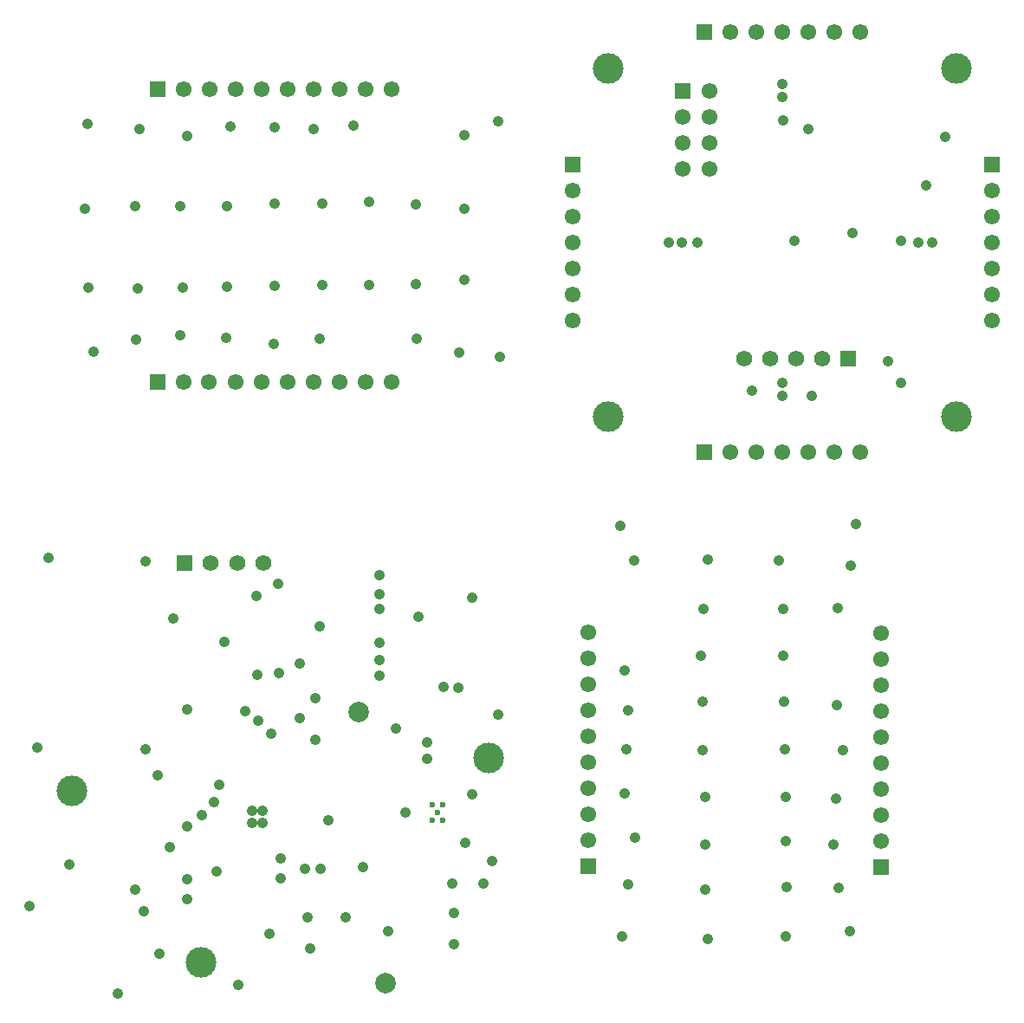
<source format=gbs>
%MOIN*%
%OFA0B0*%
%FSLAX33Y33*%
%IPPOS*%
%LPD*%
%AMRect-W1550000-H1550000-RO0.5000*
21,1,0.0610236220472441,0.0610236220472441,0,0,270*%
%AMRect-W1570000-H1570000-RO1.0000*
21,1,0.061811023622047247,0.061811023622047247,0,0,180*%
%AMCOMP118970*
4,1,3,
-0.030511811023622045,0.030511811023622055,
-0.030511811023622055,-0.030511811023622045,
0.030511811023622045,-0.030511811023622055,
0.030511811023622055,0.030511811023622045,
0*%
%AMCOMP118980*
4,1,3,
0.03090551181102363,0.03090551181102362,
-0.03090551181102362,0.03090551181102363,
-0.03090551181102363,-0.03090551181102362,
0.03090551181102362,-0.03090551181102363,
0*%
%AMCOMP11989*
4,1,3,
-0.030511811023622045,0.030511811023622055,
-0.030511811023622055,-0.030511811023622045,
0.030511811023622045,-0.030511811023622055,
0.030511811023622055,0.030511811023622045,
0*%
%AMCOMP11990*
4,1,3,
0.03090551181102363,0.03090551181102362,
-0.03090551181102362,0.03090551181102363,
-0.03090551181102363,-0.03090551181102362,
0.03090551181102362,-0.03090551181102363,
0*%
%ADD10C,0.042*%
%ADD11R,0.0610236220472441X0.0610236220472441*%
%ADD12C,0.0610236220472441*%
%ADD23C,0.042*%
%ADD24R,0.0610236220472441X0.0610236220472441*%
%ADD25C,0.0610236220472441*%
%ADD26C,0.11811023622047245*%
%ADD27C,0.0610236220472441*%
%AMCOMP11991*
4,1,3,
-0.030511811023622045,0.030511811023622055,
-0.030511811023622055,-0.030511811023622045,
0.030511811023622045,-0.030511811023622055,
0.030511811023622055,0.030511811023622045,
0*%
%ADD28COMP11991*%
%ADD29C,0.061811023622047247*%
%AMCOMP11992*
4,1,3,
0.03090551181102363,0.03090551181102362,
-0.03090551181102362,0.03090551181102363,
-0.03090551181102363,-0.03090551181102362,
0.03090551181102362,-0.03090551181102363,
0*%
%ADD30COMP11992*%
%ADD41C,0.042*%
%ADD42R,0.061811023622047247X0.061811023622047247*%
%ADD43C,0.061811023622047247*%
%ADD44C,0.07874015748031496*%
%ADD45C,0.11811023622047245*%
%ADD46C,0.023622047244094488*%
%ADD57C,0.042*%
%ADD58R,0.0610236220472441X0.0610236220472441*%
%ADD59C,0.0610236220472441*%
%LPD*%
D10*
G01*
X003803Y000000D02*
X002334Y000980D03*
X003216Y001847D03*
X002627Y001164D03*
X002364Y001709D03*
X002935Y001522D03*
X002629Y001522D03*
X002368Y000643D03*
X002948Y000262D03*
X002921Y001709D03*
X002340Y001130D03*
X003194Y000282D03*
X002309Y001841D03*
X002326Y001284D03*
X002627Y000979D03*
X003141Y000793D03*
X002635Y000616D03*
X002637Y000443D03*
X002939Y001164D03*
X002942Y000980D03*
X003143Y001152D03*
X003131Y000616D03*
X002620Y001342D03*
X002647Y001711D03*
X002340Y000461D03*
X002635Y000797D03*
X002645Y000250D03*
X002318Y000260D03*
X003167Y000977D03*
X002946Y000797D03*
X002948Y000628D03*
X002951Y000453D03*
X003145Y001526D03*
X002938Y001342D03*
X002328Y000811D03*
X003149Y000447D03*
X003198Y001689D03*
D11*
X003312Y000529D03*
D12*
X003312Y000629D03*
X003312Y000728D03*
X003312Y000829D03*
X003312Y000929D03*
X003312Y001029D03*
X003312Y001129D03*
X003312Y001229D03*
X003312Y001329D03*
X003312Y001429D03*
D11*
X002187Y000531D03*
D12*
X002187Y000631D03*
X002187Y000731D03*
X002187Y000831D03*
X002187Y000931D03*
X002187Y001031D03*
X002187Y001131D03*
X002187Y001231D03*
X002187Y001330D03*
X002187Y001431D03*
D23*
G01*
X002933Y002933D02*
X002933Y003540D03*
X003033Y003369D03*
X003391Y002393D03*
X003511Y002933D03*
X003391Y002937D03*
X003341Y002475D03*
X002546Y002933D03*
X003486Y003151D03*
X002817Y002361D03*
X003047Y002343D03*
X003561Y003338D03*
X002933Y002393D03*
X002937Y003400D03*
X003457Y002933D03*
X002933Y003490D03*
X003204Y002969D03*
X002933Y002342D03*
X002608Y002933D03*
X002980Y002937D03*
X002496Y002933D03*
D24*
X002633Y002125D03*
D25*
X002733Y002125D03*
X002833Y002125D03*
X002933Y002125D03*
X003033Y002125D03*
X003133Y002125D03*
X003233Y002125D03*
D26*
X002263Y003602D03*
D27*
X002652Y003514D03*
X002551Y003415D03*
X002652Y003415D03*
X002551Y003315D03*
X002652Y003315D03*
X002551Y003215D03*
X002652Y003215D03*
D28*
X002551Y003514D03*
D27*
X002125Y003133D03*
X002125Y003033D03*
X002125Y002933D03*
X002125Y002833D03*
X002125Y002733D03*
X002125Y002633D03*
D28*
X002125Y003233D03*
D26*
X003602Y002263D03*
D29*
X003088Y002486D03*
X002987Y002486D03*
X002888Y002486D03*
X002788Y002486D03*
D30*
X003188Y002486D03*
D26*
X002263Y002263D03*
X003602Y003602D03*
D27*
X003740Y003133D03*
X003740Y003033D03*
X003740Y002933D03*
X003740Y002833D03*
X003740Y002733D03*
X003740Y002633D03*
D28*
X003740Y003233D03*
D24*
X002633Y003740D03*
D25*
X002733Y003740D03*
X002833Y003740D03*
X002933Y003740D03*
X003033Y003740D03*
X003133Y003740D03*
X003233Y003740D03*
G04 next file*
%LPD*%
D41*
G01*
X-000006Y-000003D02*
X001384Y001266D03*
X001320Y000529D03*
X001714Y000622D03*
X000748Y000777D03*
X000892Y000698D03*
X001384Y001522D03*
X001685Y001219D03*
X000531Y000882D03*
X000865Y001127D03*
X000917Y001091D03*
X000992Y001618D03*
X000443Y000443D03*
X000765Y000845D03*
X001107Y000336D03*
X000756Y000513D03*
X000483Y001706D03*
X001155Y000522D03*
X000065Y000987D03*
X001135Y001018D03*
X000968Y001043D03*
X001002Y000561D03*
X000701Y000727D03*
X000643Y001134D03*
X001783Y000466D03*
X001384Y001578D03*
X000190Y000537D03*
X000841Y000075D03*
X001252Y000336D03*
X000932Y000746D03*
X000932Y000698D03*
X000575Y000605D03*
X000998Y001275D03*
X001670Y000350D03*
X001382Y001324D03*
X001447Y001061D03*
X000643Y000406D03*
X000643Y000481D03*
X000478Y000359D03*
X000109Y001718D03*
X001002Y000484D03*
X001186Y000707D03*
X001565Y001008D03*
X001670Y000232D03*
X001533Y001493D03*
X000892Y000746D03*
X000643Y000684D03*
X000912Y001267D03*
X001417Y000281D03*
X001740Y000807D03*
X000910Y001571D03*
X000536Y000194D03*
X001078Y001311D03*
X001484Y000739D03*
X001818Y000553D03*
X001841Y001116D03*
X001565Y000945D03*
X001384Y001650D03*
X001115Y000214D03*
X000038Y000379D03*
X001384Y001390D03*
X000483Y000983D03*
X000376Y000043D03*
X001078Y001101D03*
X000591Y001484D03*
X001740Y001565D03*
X001098Y000522D03*
X001630Y001223D03*
X000961Y000273D03*
X001154Y001455D03*
X000788Y001396D03*
X001662Y000466D03*
X001135Y001178D03*
D42*
X000634Y001699D03*
D43*
X000734Y001699D03*
X000835Y001699D03*
X000935Y001699D03*
D44*
X001304Y001126D03*
D45*
X001804Y000948D03*
D44*
X001408Y000080D03*
D46*
X001586Y000768D03*
X001586Y000709D03*
X001625Y000768D03*
X001625Y000709D03*
X001606Y000739D03*
D45*
X000199Y000822D03*
X000697Y000160D03*
G04 next file*
D57*
G01*
X000000Y001905D02*
X000980Y003374D03*
X001847Y002492D03*
X001164Y003080D03*
X001709Y003344D03*
X001522Y002773D03*
X001522Y003078D03*
X000643Y003340D03*
X000262Y002759D03*
X001709Y002787D03*
X001130Y003368D03*
X000282Y002513D03*
X001841Y003399D03*
X001284Y003381D03*
X000979Y003080D03*
X000793Y002566D03*
X000616Y003072D03*
X000443Y003070D03*
X001164Y002767D03*
X000980Y002765D03*
X001152Y002563D03*
X000616Y002575D03*
X001342Y003088D03*
X001711Y003061D03*
X000461Y003368D03*
X000797Y003072D03*
X000250Y003061D03*
X000260Y003389D03*
X000977Y002541D03*
X000797Y002761D03*
X000628Y002759D03*
X000453Y002755D03*
X001526Y002562D03*
X001342Y002769D03*
X000811Y003379D03*
X000447Y002559D03*
X001689Y002509D03*
D58*
X000529Y002395D03*
D59*
X000629Y002395D03*
X000728Y002395D03*
X000829Y002395D03*
X000929Y002395D03*
X001029Y002395D03*
X001129Y002395D03*
X001229Y002395D03*
X001329Y002395D03*
X001429Y002395D03*
D58*
X000531Y003520D03*
D59*
X000631Y003520D03*
X000731Y003520D03*
X000831Y003520D03*
X000931Y003520D03*
X001031Y003520D03*
X001131Y003520D03*
X001231Y003520D03*
X001330Y003520D03*
X001431Y003520D03*
M02*
</source>
